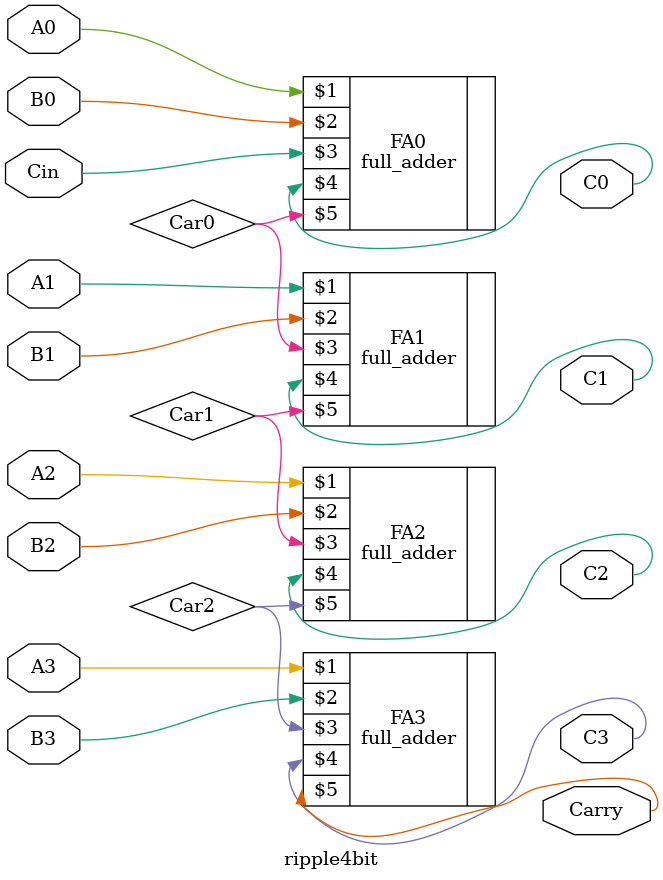
<source format=v>
`timescale 1ns / 1ps


module ripple4bit(A0, A1, A2, A3, B0, B1, B2, B3, Cin, C0, C1, C2, C3, Carry);
    input A0, A1, A2, A3, B0, B1, B2, B3, Cin;
    output C0, C1, C2, C3, Carry;
    
    wire Car0, Car1, Car2;
    
    full_adder FA0 (A0, B0, Cin, C0, Car0);
    full_adder FA1 (A1, B1, Car0, C1, Car1);
    full_adder FA2 (A2, B2, Car1, C2, Car2);
    full_adder FA3 (A3, B3, Car2, C3, Carry);
    
endmodule

</source>
